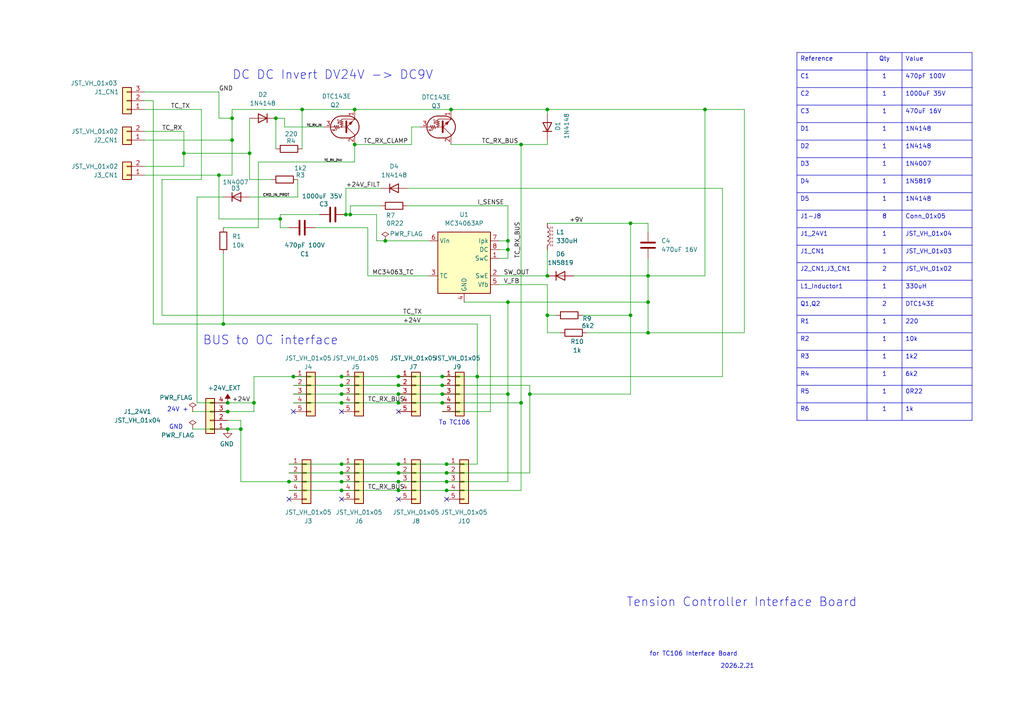
<source format=kicad_sch>
(kicad_sch (version 20250114) (generator "eeschema") (generator_version "9.0")
  (paper "A4")
  (lib_symbols
    (symbol "Connector_Generic:Conn_01x02" (pin_names (offset 1.016) (hide yes))
      (property "Reference" "J" (at 0 2.54 0))
      (property "Value" "Conn_01x02" (at 0 -5.08 0))
      (symbol "Conn_01x02_1_1"
        (rectangle (start -1.27 1.27) (end 1.27 -3.81) (stroke (width 0.254)) (fill (type background)))
        (rectangle (start -1.27 0.127) (end 0 -0.127) (stroke (width 0.1524)))
        (rectangle (start -1.27 -2.413) (end 0 -2.667) (stroke (width 0.1524)))
        (pin passive line (at -5.08 0 0) (length 3.81) (name "Pin_1") (number "1"))
        (pin passive line (at -5.08 -2.54 0) (length 3.81) (name "Pin_2") (number "2"))
      )
    )
    (symbol "Connector_Generic:Conn_01x03" (pin_names (offset 1.016) (hide yes))
      (property "Reference" "J" (at 0 5.08 0))
      (property "Value" "Conn_01x03" (at 0 -5.08 0))
      (symbol "Conn_01x03_1_1"
        (rectangle (start -1.27 3.81) (end 1.27 -3.81) (stroke (width 0.254)) (fill (type background)))
        (rectangle (start -1.27 2.667) (end 0 2.413) (stroke (width 0.1524)))
        (rectangle (start -1.27 0.127) (end 0 -0.127) (stroke (width 0.1524)))
        (rectangle (start -1.27 -2.413) (end 0 -2.667) (stroke (width 0.1524)))
        (pin passive line (at -5.08 2.54 0) (length 3.81) (name "Pin_1") (number "1"))
        (pin passive line (at -5.08 0 0) (length 3.81) (name "Pin_2") (number "2"))
        (pin passive line (at -5.08 -2.54 0) (length 3.81) (name "Pin_3") (number "3"))
      )
    )
    (symbol "Connector_Generic:Conn_01x04" (pin_names (offset 1.016) (hide yes))
      (property "Reference" "J" (at 0 5.08 0))
      (property "Value" "Conn_01x04" (at 0 -7.62 0))
      (symbol "Conn_01x04_1_1"
        (rectangle (start -1.27 3.81) (end 1.27 -6.35) (stroke (width 0.254)) (fill (type background)))
        (rectangle (start -1.27 2.667) (end 0 2.413) (stroke (width 0.1524)))
        (rectangle (start -1.27 0.127) (end 0 -0.127) (stroke (width 0.1524)))
        (rectangle (start -1.27 -2.413) (end 0 -2.667) (stroke (width 0.1524)))
        (rectangle (start -1.27 -4.953) (end 0 -5.207) (stroke (width 0.1524)))
        (pin passive line (at -5.08 2.54 0) (length 3.81) (name "Pin_1") (number "1"))
        (pin passive line (at -5.08 0 0) (length 3.81) (name "Pin_2") (number "2"))
        (pin passive line (at -5.08 -2.54 0) (length 3.81) (name "Pin_3") (number "3"))
        (pin passive line (at -5.08 -5.08 0) (length 3.81) (name "Pin_4") (number "4"))
      )
    )
    (symbol "Connector_Generic:Conn_01x05" (pin_names (offset 1.016) (hide yes))
      (property "Reference" "J" (at 0 7.62 0))
      (property "Value" "Conn_01x05" (at 0 -7.62 0))
      (symbol "Conn_01x05_1_1"
        (rectangle (start -1.27 6.35) (end 1.27 -6.35) (stroke (width 0.254)) (fill (type background)))
        (rectangle (start -1.27 5.207) (end 0 4.953) (stroke (width 0.1524)))
        (rectangle (start -1.27 2.667) (end 0 2.413) (stroke (width 0.1524)))
        (rectangle (start -1.27 0.127) (end 0 -0.127) (stroke (width 0.1524)))
        (rectangle (start -1.27 -2.413) (end 0 -2.667) (stroke (width 0.1524)))
        (rectangle (start -1.27 -4.953) (end 0 -5.207) (stroke (width 0.1524)))
        (pin passive line (at -5.08 5.08 0) (length 3.81) (name "Pin_1") (number "1"))
        (pin passive line (at -5.08 2.54 0) (length 3.81) (name "Pin_2") (number "2"))
        (pin passive line (at -5.08 0 0) (length 3.81) (name "Pin_3") (number "3"))
        (pin passive line (at -5.08 -2.54 0) (length 3.81) (name "Pin_4") (number "4"))
        (pin passive line (at -5.08 -5.08 0) (length 3.81) (name "Pin_5") (number "5"))
      )
    )
    (symbol "DTC143E_1" (pin_names (offset 0) (hide yes))
      (property "Reference" "Q1" (at -1.778 -6.35 0))
      (property "Value" "DTC143E" (at 1.524 -8.89 0))
      (symbol "DTC143E_1_0_0"
        (text "4k7" (at -3.302 0.889 0) (effects (font (size 0.508 0.508))))
        (text "4k7" (at -2.159 -1.524 900) (effects (font (size 0.508 0.508))))
      )
      (symbol "DTC143E_1_0_1"
        (polyline (pts (xy -3.429 0) (xy -3.81 0)))
        (polyline (pts (xy -1.27 3.175) (xy 0.635 3.175)) (stroke (width 0.254)))
        (circle (center -1.27 0) (radius 0.127))
        (polyline (pts (xy -1.27 0) (xy -1.27 -0.381) (xy -0.762 -0.508) (xy -1.778 -0.762) (xy -0.762 -1.016) (xy -1.778 -1.27) (xy -0.762 -1.524) (xy -1.778 -1.778) (xy -1.27 -1.905) (xy -1.27 -2.286) (xy 2.54 -2.286)))
        (polyline (pts (xy -1.27 -3.175) (xy 0.635 -3.175)) (stroke (width 0.254)))
        (arc (start -1.27 -3.175) (mid -4.4312 0) (end -1.27 3.175) (stroke (width 0.254)))
        (polyline (pts (xy 0 0) (xy -1.905 0) (xy -2.032 0.508) (xy -2.286 -0.508) (xy -2.54 0.508) (xy -2.794 -0.508) (xy -3.048 0.508) (xy -3.302 -0.508) (xy -3.429 0)))
        (polyline (pts (xy 0 -0.254) (xy 2.54 2.286)))
        (polyline (pts (xy 0.127 1.524) (xy 0.127 -1.651)) (stroke (width 0.508)) (fill (type outline)))
        (arc (start 0.635 3.175) (mid 3.7962 0) (end 0.635 -3.175) (stroke (width 0.254)))
        (polyline (pts (xy 0.889 -1.143) (xy 1.397 -0.635) (xy 1.905 -1.651) (xy 0.889 -1.143)) (fill (type outline)))
        (polyline (pts (xy 2.54 2.286) (xy 2.54 2.54)))
        (polyline (pts (xy 2.54 -2.286) (xy 0 0.254) (xy 0 0.254)))
        (circle (center 2.54 -2.286) (radius 0.127))
      )
      (symbol "DTC143E_1_1_1"
        (pin input line (at -6.35 0 0) (length 2.54) (name "B") (number "3"))
        (pin passive line (at 2.54 5.08 270) (length 2.54) (name "C") (number "2"))
        (pin passive line (at 2.54 -5.08 90) (length 2.54) (name "E") (number "1"))
      )
    )
    (symbol "Device:C" (pin_numbers (hide yes)) (pin_names (offset 0.254))
      (property "Reference" "C" (at 0.635 2.54 0))
      (property "Value" "C" (at 0.635 -2.54 0))
      (symbol "C_0_1"
        (polyline (pts (xy -2.032 0.762) (xy 2.032 0.762)) (stroke (width 0.508)))
        (polyline (pts (xy -2.032 -0.762) (xy 2.032 -0.762)) (stroke (width 0.508)))
      )
      (symbol "C_1_1"
        (pin passive line (at 0 3.81 270) (length 2.794) (name "~") (number "1"))
        (pin passive line (at 0 -3.81 90) (length 2.794) (name "~") (number "2"))
      )
    )
    (symbol "Device:D" (pin_numbers (hide yes)) (pin_names (offset 1.016) (hide yes))
      (property "Reference" "D" (at 0 2.54 0))
      (property "Value" "D" (at 0 -2.54 0))
      (symbol "D_0_1"
        (polyline (pts (xy -1.27 1.27) (xy -1.27 -1.27)) (stroke (width 0.254)))
        (polyline (pts (xy 1.27 1.27) (xy 1.27 -1.27) (xy -1.27 0) (xy 1.27 1.27)) (stroke (width 0.254)))
        (polyline (pts (xy 1.27 0) (xy -1.27 0)))
      )
      (symbol "D_1_1"
        (pin passive line (at -3.81 0 0) (length 2.54) (name "K") (number "1"))
        (pin passive line (at 3.81 0 180) (length 2.54) (name "A") (number "2"))
      )
    )
    (symbol "Device:L_Ferrite" (pin_numbers (hide yes)) (pin_names (offset 1.016) (hide yes))
      (property "Reference" "L" (at -1.27 0 90))
      (property "Value" "L_Ferrite" (at 2.794 0 90))
      (symbol "L_Ferrite_0_1"
        (arc (start 0 2.54) (mid 0.6323 1.905) (end 0 1.27))
        (arc (start 0 1.27) (mid 0.6323 0.635) (end 0 0))
        (arc (start 0 0) (mid 0.6323 -0.635) (end 0 -1.27))
        (arc (start 0 -1.27) (mid 0.6323 -1.905) (end 0 -2.54))
        (polyline (pts (xy 1.016 2.286) (xy 1.016 2.794)))
        (polyline (pts (xy 1.016 1.27) (xy 1.016 1.778)))
        (polyline (pts (xy 1.016 0.254) (xy 1.016 0.762)))
        (polyline (pts (xy 1.016 -0.762) (xy 1.016 -0.254)))
        (polyline (pts (xy 1.016 -1.778) (xy 1.016 -1.27)))
        (polyline (pts (xy 1.016 -2.794) (xy 1.016 -2.286)))
        (polyline (pts (xy 1.524 2.794) (xy 1.524 2.286)))
        (polyline (pts (xy 1.524 1.778) (xy 1.524 1.27)))
        (polyline (pts (xy 1.524 0.762) (xy 1.524 0.254)))
        (polyline (pts (xy 1.524 -0.254) (xy 1.524 -0.762)))
        (polyline (pts (xy 1.524 -1.27) (xy 1.524 -1.778)))
        (polyline (pts (xy 1.524 -2.286) (xy 1.524 -2.794)))
      )
      (symbol "L_Ferrite_1_1"
        (pin passive line (at 0 3.81 270) (length 1.27) (name "1") (number "1"))
        (pin passive line (at 0 -3.81 90) (length 1.27) (name "2") (number "2"))
      )
    )
    (symbol "Device:R" (pin_numbers (hide yes)) (pin_names (offset 0))
      (property "Reference" "R" (at 2.032 0 90))
      (property "Value" "R" (at 0 0 90))
      (symbol "R_0_1"
        (rectangle (start -1.016 -2.54) (end 1.016 2.54) (stroke (width 0.254)))
      )
      (symbol "R_1_1"
        (pin passive line (at 0 3.81 270) (length 1.27) (name "~") (number "1"))
        (pin passive line (at 0 -3.81 90) (length 1.27) (name "~") (number "2"))
      )
    )
    (symbol "Regulator_Switching:MC34063AP"
      (property "Reference" "U" (at -7.62 8.89 0))
      (property "Value" "MC34063AP" (at 0 8.89 0))
      (symbol "MC34063AP_0_1"
        (rectangle (start -7.62 7.62) (end 7.62 -10.16) (stroke (width 0.254)) (fill (type background)))
      )
      (symbol "MC34063AP_1_1"
        (pin power_in line (at -10.16 5.08 0) (length 2.54) (name "Vin") (number "6"))
        (pin passive line (at -10.16 -5.08 0) (length 2.54) (name "TC") (number "3"))
        (pin power_in line (at 0 -12.7 90) (length 2.54) (name "GND") (number "4"))
        (pin input line (at 10.16 5.08 180) (length 2.54) (name "Ipk") (number "7"))
        (pin open_collector line (at 10.16 2.54 180) (length 2.54) (name "DC") (number "8"))
        (pin open_collector line (at 10.16 0 180) (length 2.54) (name "SwC") (number "1"))
        (pin open_emitter line (at 10.16 -5.08 180) (length 2.54) (name "SwE") (number "2"))
        (pin input line (at 10.16 -7.62 180) (length 2.54) (name "Vfb") (number "5"))
      )
    )
    (symbol "Transistor_BJT:DTC143E" (pin_names (offset 0) (hide yes))
      (property "Reference" "Q2" (at -1.778 -6.096 0))
      (property "Value" "DTC143E" (at -1.778 -8.636 0))
      (symbol "DTC143E_0_0"
        (text "4k7" (at -3.302 0.889 0) (effects (font (size 0.508 0.508))))
        (text "4k7" (at -2.159 -1.524 900) (effects (font (size 0.508 0.508))))
      )
      (symbol "DTC143E_0_1"
        (polyline (pts (xy -3.429 0) (xy -3.81 0)))
        (polyline (pts (xy -1.27 3.175) (xy 0.635 3.175)) (stroke (width 0.254)))
        (circle (center -1.27 0) (radius 0.127))
        (polyline (pts (xy -1.27 0) (xy -1.27 -0.381) (xy -0.762 -0.508) (xy -1.778 -0.762) (xy -0.762 -1.016) (xy -1.778 -1.27) (xy -0.762 -1.524) (xy -1.778 -1.778) (xy -1.27 -1.905) (xy -1.27 -2.286) (xy 2.54 -2.286)))
        (polyline (pts (xy -1.27 -3.175) (xy 0.635 -3.175)) (stroke (width 0.254)))
        (arc (start -1.27 -3.175) (mid -4.4312 0) (end -1.27 3.175) (stroke (width 0.254)))
        (polyline (pts (xy 0 0) (xy -1.905 0) (xy -2.032 0.508) (xy -2.286 -0.508) (xy -2.54 0.508) (xy -2.794 -0.508) (xy -3.048 0.508) (xy -3.302 -0.508) (xy -3.429 0)))
        (polyline (pts (xy 0 -0.254) (xy 2.54 2.286)))
        (polyline (pts (xy 0.127 1.524) (xy 0.127 -1.651)) (stroke (width 0.508)) (fill (type outline)))
        (arc (start 0.635 3.175) (mid 3.7962 0) (end 0.635 -3.175) (stroke (width 0.254)))
        (polyline (pts (xy 0.889 -1.143) (xy 1.397 -0.635) (xy 1.905 -1.651) (xy 0.889 -1.143)) (fill (type outline)))
        (polyline (pts (xy 2.54 2.286) (xy 2.54 2.54)))
        (polyline (pts (xy 2.54 -2.286) (xy 0 0.254) (xy 0 0.254)))
        (circle (center 2.54 -2.286) (radius 0.127))
      )
      (symbol "DTC143E_1_1"
        (pin input line (at -6.35 0 0) (length 2.54) (name "B") (number "3"))
        (pin passive line (at 2.54 5.08 270) (length 2.54) (name "C") (number "2"))
        (pin passive line (at 2.54 -5.08 90) (length 2.54) (name "E") (number "1"))
      )
    )
    (symbol "power:-24V" (power) (pin_numbers (hide yes)) (pin_names (offset 0) (hide yes))
      (property "Value" "-24V" (at 0 3.556 0))
      (symbol "-24V_0_0"
        (pin power_in line (at 0 0 90) (length 0) (name "~") (number "1"))
      )
      (symbol "-24V_0_1"
        (polyline (pts (xy 0 0) (xy 0 1.27) (xy 0.762 1.27) (xy 0 2.54) (xy -0.762 1.27) (xy 0 1.27)) (fill (type outline)))
      )
    )
    (symbol "power:GND" (power) (pin_numbers (hide yes)) (pin_names (offset 0) (hide yes))
      (property "Value" "GND" (at 0 -3.81 0))
      (symbol "GND_0_1"
        (polyline (pts (xy 0 0) (xy 0 -1.27) (xy 1.27 -1.27) (xy 0 -2.54) (xy -1.27 -1.27) (xy 0 -1.27)))
      )
      (symbol "GND_1_1"
        (pin power_in line (at 0 0 270) (length 0) (name "~") (number "1"))
      )
    )
    (symbol "power:PWR_FLAG" (power) (pin_numbers (hide yes)) (pin_names (offset 0) (hide yes))
      (property "Value" "PWR_FLAG" (at 0 3.81 0))
      (symbol "PWR_FLAG_0_0"
        (pin power_out line (at 0 0 90) (length 0) (name "~") (number "1"))
      )
      (symbol "PWR_FLAG_0_1"
        (polyline (pts (xy 0 0) (xy 0 1.27) (xy -1.016 1.905) (xy 0 2.54) (xy 1.016 1.905) (xy 0 1.27)))
      )
    )
  )
  (text "24V +" (at 51.562 118.872 0) (effects (font (size 1.27 1.27))))
  (text "GND" (at 51.054 123.952 0) (effects (font (size 1.27 1.27))))
  (text "Tension Controller Interface Board" (at 215.138 174.752 0) (effects (font (size 2.54 2.54))))
  (text "for TC106 Interface Board" (at 201.168 189.738 0) (effects (font (size 1.27 1.27))))
  (text "BUS to OC interface" (at 78.486 98.806 0) (effects (font (size 2.54 2.54))))
  (text "To TC106" (at 131.826 122.682 0) (effects (font (size 1.27 1.27))))
  (text "DC DC Invert DV24V -> DC9V" (at 96.52 21.844 0) (effects (font (size 2.54 2.54))))
  (text "2026.2.21" (at 213.868 193.294 0) (effects (font (size 1.27 1.27))))
  (junction (at 128.27 114.3))
  (junction (at 81.28 63.5))
  (junction (at 130.81 31.75))
  (junction (at 158.75 91.44))
  (junction (at 153.67 114.3))
  (junction (at 115.57 109.22))
  (junction (at 129.54 137.16))
  (junction (at 115.57 111.76))
  (junction (at 115.57 139.7))
  (junction (at 147.32 87.63))
  (junction (at 147.32 72.39))
  (junction (at 83.82 139.7))
  (junction (at 111.76 69.85))
  (junction (at 147.32 114.3))
  (junction (at 128.27 116.84))
  (junction (at 151.13 41.91))
  (junction (at 115.57 114.3))
  (junction (at 53.34 44.45))
  (junction (at 182.88 91.44))
  (junction (at 187.96 87.63))
  (junction (at 101.6 62.23))
  (junction (at 158.75 80.01))
  (junction (at 115.57 142.24))
  (junction (at 67.31 34.29))
  (junction (at 158.75 31.75))
  (junction (at 69.85 124.46))
  (junction (at 99.06 109.22))
  (junction (at 80.01 34.29))
  (junction (at 138.43 109.22))
  (junction (at 99.06 114.3))
  (junction (at 115.57 137.16))
  (junction (at 102.87 41.91))
  (junction (at 129.54 139.7))
  (junction (at 102.87 31.75))
  (junction (at 187.96 80.01))
  (junction (at 187.96 96.52))
  (junction (at 147.32 69.85))
  (junction (at 72.39 44.45))
  (junction (at 64.77 93.98))
  (junction (at 66.04 119.38))
  (junction (at 67.31 40.64))
  (junction (at 128.27 109.22))
  (junction (at 63.5 50.8))
  (junction (at 99.06 116.84))
  (junction (at 66.04 116.84))
  (junction (at 99.06 142.24))
  (junction (at 87.63 31.75))
  (junction (at 129.54 142.24))
  (junction (at 99.06 134.62))
  (junction (at 100.33 62.23))
  (junction (at 85.09 109.22))
  (junction (at 182.88 64.77))
  (junction (at 99.06 137.16))
  (junction (at 115.57 116.84))
  (junction (at 66.04 124.46))
  (junction (at 99.06 139.7))
  (junction (at 128.27 111.76))
  (junction (at 129.54 134.62))
  (junction (at 99.06 111.76))
  (junction (at 151.13 116.84))
  (junction (at 115.57 134.62))
  (junction (at 204.47 31.75))
  (junction (at 73.66 116.84))
  (no_connect (at 83.82 144.78))
  (no_connect (at 129.54 144.78))
  (no_connect (at 115.57 119.38))
  (no_connect (at 85.09 119.38))
  (no_connect (at 99.06 144.78))
  (no_connect (at 99.06 119.38))
  (no_connect (at 115.57 144.78))
  (wire (pts (xy 109.22 69.85) (xy 109.22 62.23)))
  (wire (pts (xy 57.15 57.15) (xy 64.77 57.15)))
  (wire (pts (xy 99.06 142.24) (xy 115.57 142.24)))
  (wire (pts (xy 66.04 116.84) (xy 57.15 116.84)))
  (wire (pts (xy 101.6 59.69) (xy 101.6 62.23)))
  (wire (pts (xy 129.54 137.16) (xy 153.67 137.16)))
  (wire (pts (xy 69.85 121.92) (xy 69.85 124.46)))
  (wire (pts (xy 101.6 62.23) (xy 100.33 62.23)))
  (wire (pts (xy 72.39 44.45) (xy 72.39 52.07)))
  (wire (pts (xy 67.31 34.29) (xy 67.31 40.64)))
  (wire (pts (xy 158.75 31.75) (xy 158.75 33.02)))
  (wire (pts (xy 87.63 31.75) (xy 102.87 31.75)))
  (wire (pts (xy 111.76 69.85) (xy 109.22 69.85)))
  (wire (pts (xy 170.18 96.52) (xy 187.96 96.52)))
  (wire (pts (xy 144.78 72.39) (xy 147.32 72.39)))
  (wire (pts (xy 110.49 54.61) (xy 100.33 54.61)))
  (wire (pts (xy 99.06 134.62) (xy 115.57 134.62)))
  (wire (pts (xy 41.91 50.8) (xy 63.5 50.8)))
  (wire (pts (xy 73.66 116.84) (xy 73.66 109.22)))
  (wire (pts (xy 80.01 34.29) (xy 80.01 43.18)))
  (wire (pts (xy 55.88 119.38) (xy 66.04 119.38)))
  (wire (pts (xy 158.75 41.91) (xy 158.75 40.64)))
  (wire (pts (xy 158.75 64.77) (xy 182.88 64.77)))
  (wire (pts (xy 66.04 121.92) (xy 69.85 121.92)))
  (wire (pts (xy 138.43 109.22) (xy 138.43 134.62)))
  (wire (pts (xy 128.27 116.84) (xy 151.13 116.84)))
  (wire (pts (xy 67.31 31.75) (xy 87.63 31.75)))
  (wire (pts (xy 129.54 142.24) (xy 151.13 142.24)))
  (wire (pts (xy 142.24 91.44) (xy 46.99 91.44)))
  (wire (pts (xy 134.62 87.63) (xy 147.32 87.63)))
  (wire (pts (xy 187.96 80.01) (xy 187.96 87.63)))
  (wire (pts (xy 115.57 114.3) (xy 128.27 114.3)))
  (wire (pts (xy 151.13 116.84) (xy 151.13 41.91)))
  (wire (pts (xy 99.06 114.3) (xy 115.57 114.3)))
  (wire (pts (xy 144.78 82.55) (xy 158.75 82.55)))
  (wire (pts (xy 144.78 80.01) (xy 158.75 80.01)))
  (wire (pts (xy 99.06 111.76) (xy 115.57 111.76)))
  (wire (pts (xy 115.57 116.84) (xy 128.27 116.84)))
  (wire (pts (xy 124.46 69.85) (xy 111.76 69.85)))
  (wire (pts (xy 41.91 40.64) (xy 67.31 40.64)))
  (wire (pts (xy 182.88 64.77) (xy 182.88 91.44)))
  (wire (pts (xy 144.78 74.93) (xy 147.32 74.93)))
  (wire (pts (xy 119.38 36.83) (xy 121.92 36.83)))
  (wire (pts (xy 64.77 93.98) (xy 138.43 93.98)))
  (wire (pts (xy 102.87 46.99) (xy 74.93 46.99)))
  (wire (pts (xy 118.11 59.69) (xy 147.32 59.69)))
  (wire (pts (xy 86.36 57.15) (xy 72.39 57.15)))
  (wire (pts (xy 102.87 41.91) (xy 102.87 46.99)))
  (wire (pts (xy 115.57 137.16) (xy 129.54 137.16)))
  (wire (pts (xy 147.32 59.69) (xy 147.32 69.85)))
  (wire (pts (xy 41.91 48.26) (xy 53.34 48.26)))
  (wire (pts (xy 63.5 63.5) (xy 63.5 50.8)))
  (wire (pts (xy 187.96 87.63) (xy 147.32 87.63)))
  (wire (pts (xy 124.46 80.01) (xy 106.68 80.01)))
  (wire (pts (xy 99.06 116.84) (xy 115.57 116.84)))
  (wire (pts (xy 80.01 34.29) (xy 82.55 34.29)))
  (wire (pts (xy 109.22 62.23) (xy 101.6 62.23)))
  (wire (pts (xy 147.32 69.85) (xy 147.32 72.39)))
  (wire (pts (xy 85.09 111.76) (xy 99.06 111.76)))
  (wire (pts (xy 151.13 41.91) (xy 158.75 41.91)))
  (wire (pts (xy 57.15 116.84) (xy 57.15 57.15)))
  (wire (pts (xy 130.81 41.91) (xy 151.13 41.91)))
  (wire (pts (xy 83.82 66.04) (xy 81.28 66.04)))
  (wire (pts (xy 63.5 34.29) (xy 63.5 26.67)))
  (wire (pts (xy 58.42 31.75) (xy 58.42 52.07)))
  (wire (pts (xy 187.96 80.01) (xy 204.47 80.01)))
  (wire (pts (xy 82.55 34.29) (xy 82.55 36.83)))
  (wire (pts (xy 41.91 38.1) (xy 53.34 38.1)))
  (wire (pts (xy 99.06 137.16) (xy 115.57 137.16)))
  (wire (pts (xy 115.57 134.62) (xy 129.54 134.62)))
  (wire (pts (xy 158.75 91.44) (xy 161.29 91.44)))
  (wire (pts (xy 182.88 64.77) (xy 187.96 64.77)))
  (wire (pts (xy 110.49 59.69) (xy 101.6 59.69)))
  (wire (pts (xy 102.87 31.75) (xy 130.81 31.75)))
  (wire (pts (xy 100.33 54.61) (xy 100.33 62.23)))
  (wire (pts (xy 106.68 80.01) (xy 106.68 66.04)))
  (wire (pts (xy 138.43 93.98) (xy 138.43 109.22)))
  (wire (pts (xy 44.45 29.21) (xy 41.91 29.21)))
  (wire (pts (xy 115.57 139.7) (xy 129.54 139.7)))
  (wire (pts (xy 63.5 34.29) (xy 67.31 34.29)))
  (wire (pts (xy 73.66 109.22) (xy 85.09 109.22)))
  (wire (pts (xy 147.32 72.39) (xy 147.32 74.93)))
  (wire (pts (xy 168.91 91.44) (xy 182.88 91.44)))
  (wire (pts (xy 72.39 34.29) (xy 72.39 44.45)))
  (wire (pts (xy 63.5 50.8) (xy 67.31 50.8)))
  (wire (pts (xy 118.11 54.61) (xy 209.55 54.61)))
  (wire (pts (xy 153.67 111.76) (xy 153.67 114.3)))
  (wire (pts (xy 138.43 109.22) (xy 209.55 109.22)))
  (wire (pts (xy 55.88 124.46) (xy 66.04 124.46)))
  (wire (pts (xy 69.85 139.7) (xy 83.82 139.7)))
  (wire (pts (xy 66.04 116.84) (xy 73.66 116.84)))
  (wire (pts (xy 153.67 114.3) (xy 182.88 114.3)))
  (wire (pts (xy 215.9 96.52) (xy 215.9 31.75)))
  (wire (pts (xy 66.04 124.46) (xy 69.85 124.46)))
  (wire (pts (xy 81.28 62.23) (xy 81.28 63.5)))
  (wire (pts (xy 128.27 119.38) (xy 142.24 119.38)))
  (wire (pts (xy 182.88 114.3) (xy 182.88 91.44)))
  (wire (pts (xy 147.32 87.63) (xy 147.32 114.3)))
  (wire (pts (xy 158.75 82.55) (xy 158.75 91.44)))
  (wire (pts (xy 166.37 80.01) (xy 187.96 80.01)))
  (wire (pts (xy 66.04 119.38) (xy 73.66 119.38)))
  (wire (pts (xy 158.75 96.52) (xy 158.75 91.44)))
  (wire (pts (xy 86.36 52.07) (xy 86.36 57.15)))
  (wire (pts (xy 81.28 66.04) (xy 81.28 63.5)))
  (wire (pts (xy 209.55 109.22) (xy 209.55 54.61)))
  (wire (pts (xy 83.82 137.16) (xy 99.06 137.16)))
  (wire (pts (xy 130.81 31.75) (xy 158.75 31.75)))
  (wire (pts (xy 44.45 29.21) (xy 44.45 93.98)))
  (wire (pts (xy 187.96 96.52) (xy 215.9 96.52)))
  (wire (pts (xy 129.54 134.62) (xy 138.43 134.62)))
  (wire (pts (xy 106.68 66.04) (xy 91.44 66.04)))
  (wire (pts (xy 64.77 66.04) (xy 74.93 66.04)))
  (wire (pts (xy 128.27 109.22) (xy 138.43 109.22)))
  (wire (pts (xy 69.85 124.46) (xy 69.85 139.7)))
  (wire (pts (xy 74.93 66.04) (xy 74.93 46.99)))
  (wire (pts (xy 215.9 31.75) (xy 204.47 31.75)))
  (wire (pts (xy 82.55 36.83) (xy 93.98 36.83)))
  (wire (pts (xy 128.27 114.3) (xy 147.32 114.3)))
  (wire (pts (xy 153.67 114.3) (xy 153.67 137.16)))
  (wire (pts (xy 158.75 72.39) (xy 158.75 80.01)))
  (wire (pts (xy 73.66 119.38) (xy 73.66 116.84)))
  (wire (pts (xy 44.45 93.98) (xy 64.77 93.98)))
  (wire (pts (xy 83.82 142.24) (xy 99.06 142.24)))
  (wire (pts (xy 46.99 52.07) (xy 58.42 52.07)))
  (wire (pts (xy 115.57 111.76) (xy 128.27 111.76)))
  (wire (pts (xy 204.47 31.75) (xy 204.47 80.01)))
  (wire (pts (xy 53.34 38.1) (xy 53.34 44.45)))
  (wire (pts (xy 115.57 109.22) (xy 128.27 109.22)))
  (wire (pts (xy 53.34 44.45) (xy 53.34 48.26)))
  (wire (pts (xy 115.57 142.24) (xy 129.54 142.24)))
  (wire (pts (xy 72.39 52.07) (xy 78.74 52.07)))
  (wire (pts (xy 85.09 114.3) (xy 99.06 114.3)))
  (wire (pts (xy 99.06 139.7) (xy 115.57 139.7)))
  (wire (pts (xy 83.82 134.62) (xy 99.06 134.62)))
  (wire (pts (xy 144.78 69.85) (xy 147.32 69.85)))
  (wire (pts (xy 142.24 119.38) (xy 142.24 91.44)))
  (wire (pts (xy 128.27 111.76) (xy 153.67 111.76)))
  (wire (pts (xy 204.47 31.75) (xy 158.75 31.75)))
  (wire (pts (xy 64.77 73.66) (xy 64.77 93.98)))
  (wire (pts (xy 85.09 116.84) (xy 99.06 116.84)))
  (wire (pts (xy 99.06 109.22) (xy 115.57 109.22)))
  (wire (pts (xy 41.91 31.75) (xy 58.42 31.75)))
  (wire (pts (xy 129.54 139.7) (xy 147.32 139.7)))
  (wire (pts (xy 162.56 96.52) (xy 158.75 96.52)))
  (wire (pts (xy 63.5 26.67) (xy 41.91 26.67)))
  (wire (pts (xy 72.39 44.45) (xy 53.34 44.45)))
  (wire (pts (xy 187.96 87.63) (xy 187.96 96.52)))
  (wire (pts (xy 102.87 41.91) (xy 119.38 41.91)))
  (wire (pts (xy 67.31 31.75) (xy 67.31 34.29)))
  (wire (pts (xy 83.82 139.7) (xy 99.06 139.7)))
  (wire (pts (xy 85.09 109.22) (xy 99.06 109.22)))
  (wire (pts (xy 67.31 50.8) (xy 67.31 40.64)))
  (wire (pts (xy 147.32 114.3) (xy 147.32 139.7)))
  (wire (pts (xy 92.71 62.23) (xy 81.28 62.23)))
  (wire (pts (xy 87.63 31.75) (xy 87.63 43.18)))
  (wire (pts (xy 151.13 142.24) (xy 151.13 116.84)))
  (wire (pts (xy 187.96 74.93) (xy 187.96 80.01)))
  (wire (pts (xy 81.28 63.5) (xy 63.5 63.5)))
  (wire (pts (xy 187.96 64.77) (xy 187.96 67.31)))
  (wire (pts (xy 46.99 91.44) (xy 46.99 52.07)))
  (wire (pts (xy 119.38 41.91) (xy 119.38 36.83)))
  (table (column_count 3) (border (external yes) (header yes)) (separators (rows yes) (cols yes)) (column_widths 20.32 10.16 20.32) (row_heights 5.08 5.08 5.08 5.08 5.08 5.08 5.08 5.08 5.08 5.08 5.08 5.08 5.08 5.08 5.08 5.08 5.08 5.08 5.08 5.08 5.08) (cells (table_cell "Reference" (at 231.14 15.24 0) (size 20.32 5.08) (margins 0.9525 0.9525 0.9525 0.9525) (span 1 1)) (table_cell "Qty" (at 251.46 15.24 0) (size 10.16 5.08) (margins 0.9525 0.9525 0.9525 0.9525) (span 1 1)) (table_cell "Value" (at 261.62 15.24 0) (size 20.32 5.08) (margins 0.9525 0.9525 0.9525 0.9525) (span 1 1)) (table_cell "C1" (at 231.14 20.32 0) (size 20.32 5.08) (margins 0.9525 0.9525 0.9525 0.9525) (span 1 1)) (table_cell "1" (at 251.46 20.32 0) (size 10.16 5.08) (margins 0.9525 0.9525 0.9525 0.9525) (span 1 1)) (table_cell "470pF 100V" (at 261.62 20.32 0) (size 20.32 5.08) (margins 0.9525 0.9525 0.9525 0.9525) (span 1 1)) (table_cell "C2" (at 231.14 25.4 0) (size 20.32 5.08) (margins 0.9525 0.9525 0.9525 0.9525) (span 1 1)) (table_cell "1" (at 251.46 25.4 0) (size 10.16 5.08) (margins 0.9525 0.9525 0.9525 0.9525) (span 1 1)) (table_cell "1000uF 35V" (at 261.62 25.4 0) (size 20.32 5.08) (margins 0.9525 0.9525 0.9525 0.9525) (span 1 1)) (table_cell "C3" (at 231.14 30.48 0) (size 20.32 5.08) (margins 0.9525 0.9525 0.9525 0.9525) (span 1 1)) (table_cell "1" (at 251.46 30.48 0) (size 10.16 5.08) (margins 0.9525 0.9525 0.9525 0.9525) (span 1 1)) (table_cell "470uF 16V" (at 261.62 30.48 0) (size 20.32 5.08) (margins 0.9525 0.9525 0.9525 0.9525) (span 1 1)) (table_cell "D1" (at 231.14 35.56 0) (size 20.32 5.08) (margins 0.9525 0.9525 0.9525 0.9525) (span 1 1)) (table_cell "1" (at 251.46 35.56 0) (size 10.16 5.08) (margins 0.9525 0.9525 0.9525 0.9525) (span 1 1)) (table_cell "1N4148" (at 261.62 35.56 0) (size 20.32 5.08) (margins 0.9525 0.9525 0.9525 0.9525) (span 1 1)) (table_cell "D2" (at 231.14 40.64 0) (size 20.32 5.08) (margins 0.9525 0.9525 0.9525 0.9525) (span 1 1)) (table_cell "1" (at 251.46 40.64 0) (size 10.16 5.08) (margins 0.9525 0.9525 0.9525 0.9525) (span 1 1)) (table_cell "1N4148" (at 261.62 40.64 0) (size 20.32 5.08) (margins 0.9525 0.9525 0.9525 0.9525) (span 1 1)) (table_cell "D3" (at 231.14 45.72 0) (size 20.32 5.08) (margins 0.9525 0.9525 0.9525 0.9525) (span 1 1)) (table_cell "1" (at 251.46 45.72 0) (size 10.16 5.08) (margins 0.9525 0.9525 0.9525 0.9525) (span 1 1)) (table_cell "1N4007" (at 261.62 45.72 0) (size 20.32 5.08) (margins 0.9525 0.9525 0.9525 0.9525) (span 1 1)) (table_cell "D4" (at 231.14 50.8 0) (size 20.32 5.08) (margins 0.9525 0.9525 0.9525 0.9525) (span 1 1)) (table_cell "1" (at 251.46 50.8 0) (size 10.16 5.08) (margins 0.9525 0.9525 0.9525 0.9525) (span 1 1)) (table_cell "1N5819" (at 261.62 50.8 0) (size 20.32 5.08) (margins 0.9525 0.9525 0.9525 0.9525) (span 1 1)) (table_cell "D5" (at 231.14 55.88 0) (size 20.32 5.08) (margins 0.9525 0.9525 0.9525 0.9525) (span 1 1)) (table_cell "1" (at 251.46 55.88 0) (size 10.16 5.08) (margins 0.9525 0.9525 0.9525 0.9525) (span 1 1)) (table_cell "1N4148" (at 261.62 55.88 0) (size 20.32 5.08) (margins 0.9525 0.9525 0.9525 0.9525) (span 1 1)) (table_cell "J1-J8" (at 231.14 60.96 0) (size 20.32 5.08) (margins 0.9525 0.9525 0.9525 0.9525) (span 1 1)) (table_cell "8" (at 251.46 60.96 0) (size 10.16 5.08) (margins 0.9525 0.9525 0.9525 0.9525) (span 1 1)) (table_cell "Conn_01x05" (at 261.62 60.96 0) (size 20.32 5.08) (margins 0.9525 0.9525 0.9525 0.9525) (span 1 1)) (table_cell "J1_24V1" (at 231.14 66.04 0) (size 20.32 5.08) (margins 0.9525 0.9525 0.9525 0.9525) (span 1 1)) (table_cell "1" (at 251.46 66.04 0) (size 10.16 5.08) (margins 0.9525 0.9525 0.9525 0.9525) (span 1 1)) (table_cell "JST_VH_01x04" (at 261.62 66.04 0) (size 20.32 5.08) (margins 0.9525 0.9525 0.9525 0.9525) (span 1 1)) (table_cell "J1_CN1" (at 231.14 71.12 0) (size 20.32 5.08) (margins 0.9525 0.9525 0.9525 0.9525) (span 1 1)) (table_cell "1" (at 251.46 71.12 0) (size 10.16 5.08) (margins 0.9525 0.9525 0.9525 0.9525) (span 1 1)) (table_cell "JST_VH_01x03" (at 261.62 71.12 0) (size 20.32 5.08) (margins 0.9525 0.9525 0.9525 0.9525) (span 1 1)) (table_cell "J2_CN1,J3_CN1" (at 231.14 76.2 0) (size 20.32 5.08) (margins 0.9525 0.9525 0.9525 0.9525) (span 1 1)) (table_cell "2" (at 251.46 76.2 0) (size 10.16 5.08) (margins 0.9525 0.9525 0.9525 0.9525) (span 1 1)) (table_cell "JST_VH_01x02" (at 261.62 76.2 0) (size 20.32 5.08) (margins 0.9525 0.9525 0.9525 0.9525) (span 1 1)) (table_cell "L1_Inductor1" (at 231.14 81.28 0) (size 20.32 5.08) (margins 0.9525 0.9525 0.9525 0.9525) (span 1 1)) (table_cell "1" (at 251.46 81.28 0) (size 10.16 5.08) (margins 0.9525 0.9525 0.9525 0.9525) (span 1 1)) (table_cell "330uH" (at 261.62 81.28 0) (size 20.32 5.08) (margins 0.9525 0.9525 0.9525 0.9525) (span 1 1)) (table_cell "Q1,Q2" (at 231.14 86.36 0) (size 20.32 5.08) (margins 0.9525 0.9525 0.9525 0.9525) (span 1 1)) (table_cell "2" (at 251.46 86.36 0) (size 10.16 5.08) (margins 0.9525 0.9525 0.9525 0.9525) (span 1 1)) (table_cell "DTC143E" (at 261.62 86.36 0) (size 20.32 5.08) (margins 0.9525 0.9525 0.9525 0.9525) (span 1 1)) (table_cell "R1" (at 231.14 91.44 0) (size 20.32 5.08) (margins 0.9525 0.9525 0.9525 0.9525) (span 1 1)) (table_cell "1" (at 251.46 91.44 0) (size 10.16 5.08) (margins 0.9525 0.9525 0.9525 0.9525) (span 1 1)) (table_cell "220" (at 261.62 91.44 0) (size 20.32 5.08) (margins 0.9525 0.9525 0.9525 0.9525) (span 1 1)) (table_cell "R2" (at 231.14 96.52 0) (size 20.32 5.08) (margins 0.9525 0.9525 0.9525 0.9525) (span 1 1)) (table_cell "1" (at 251.46 96.52 0) (size 10.16 5.08) (margins 0.9525 0.9525 0.9525 0.9525) (span 1 1)) (table_cell "10k" (at 261.62 96.52 0) (size 20.32 5.08) (margins 0.9525 0.9525 0.9525 0.9525) (span 1 1)) (table_cell "R3" (at 231.14 101.6 0) (size 20.32 5.08) (margins 0.9525 0.9525 0.9525 0.9525) (span 1 1)) (table_cell "1" (at 251.46 101.6 0) (size 10.16 5.08) (margins 0.9525 0.9525 0.9525 0.9525) (span 1 1)) (table_cell "1k2" (at 261.62 101.6 0) (size 20.32 5.08) (margins 0.9525 0.9525 0.9525 0.9525) (span 1 1)) (table_cell "R4" (at 231.14 106.68 0) (size 20.32 5.08) (margins 0.9525 0.9525 0.9525 0.9525) (span 1 1)) (table_cell "1" (at 251.46 106.68 0) (size 10.16 5.08) (margins 0.9525 0.9525 0.9525 0.9525) (span 1 1)) (table_cell "6k2" (at 261.62 106.68 0) (size 20.32 5.08) (margins 0.9525 0.9525 0.9525 0.9525) (span 1 1)) (table_cell "R5" (at 231.14 111.76 0) (size 20.32 5.08) (margins 0.9525 0.9525 0.9525 0.9525) (span 1 1)) (table_cell "1" (at 251.46 111.76 0) (size 10.16 5.08) (margins 0.9525 0.9525 0.9525 0.9525) (span 1 1)) (table_cell "0R22" (at 261.62 111.76 0) (size 20.32 5.08) (margins 0.9525 0.9525 0.9525 0.9525) (span 1 1)) (table_cell "R6" (at 231.14 116.84 0) (size 20.32 5.08) (margins 0.9525 0.9525 0.9525 0.9525) (span 1 1)) (table_cell "1" (at 251.46 116.84 0) (size 10.16 5.08) (margins 0.9525 0.9525 0.9525 0.9525) (span 1 1)) (table_cell "1k" (at 261.62 116.84 0) (size 20.32 5.08) (margins 0.9525 0.9525 0.9525 0.9525) (span 1 1))))
  (label "GND" (at 63.5 26.67 0))
  (label "+9V" (at 165.1 64.77 0))
  (label "I_SENSE" (at 138.43 59.69 0))
  (label "MC34063_TC" (at 107.95 80.01 0))
  (label "TC_RX_BUS" (at 139.7 41.91 0))
  (label "TC_RX_CLAMP" (at 105.41 41.91 0))
  (label "+24V" (at 116.84 93.98 0))
  (label "TC_RX_24V" (at 93.98 46.99 0) (effects (font (size 0.635 0.635))))
  (label "TC_RX_BUS" (at 106.68 142.24 0))
  (label "TC_RX" (at 46.99 38.1 0))
  (label "TC_RX_IN" (at 88.9 36.83 0) (effects (font (size 0.635 0.635))))
  (label "TC_TX" (at 49.53 31.75 0))
  (label "TC_RX_BUS" (at 151.13 74.93 90))
  (label "TC_RX_BUS" (at 106.68 116.84 0))
  (label "CMD_IN_PROT" (at 76.2 57.15 0) (effects (font (size 0.762 0.762))))
  (label "TC_TX" (at 116.84 91.44 0))
  (label "+24V_FILT" (at 100.33 54.61 0))
  (label "V_FB" (at 146.05 82.55 0))
  (label "SW_OUT" (at 146.05 80.01 0))
  (label "+24V" (at 67.31 116.84 0))
  (symbol (lib_id "Device:R") (at 166.37 96.52 90) (unit 1)
    (property "Reference" "R10" (at 167.386 99.06 90))
    (property "Value" "1k" (at 167.386 101.6 90))
    (property "Footprint" "Resistor_THT:R_Axial_DIN0204_L3.6mm_D1.6mm_P7.62mm_Horizontal" (effects (hide yes)))
    (property "Description" "Resistor" (effects (hide yes)))
  )
  (symbol (lib_id "Device:R") (at 165.1 91.44 90) (unit 1)
    (property "Reference" "R9" (at 168.91 92.456 90) (effects (justify right)))
    (property "Value" "6k2" (at 168.656 94.488 90) (effects (justify right)))
    (property "Footprint" "Resistor_THT:R_Axial_DIN0207_L6.3mm_D2.5mm_P7.62mm_Horizontal" (effects (hide yes)))
    (property "Description" "Resistor" (effects (hide yes)))
  )
  (symbol (lib_id "Regulator_Switching:MC34063AP") (at 134.62 74.93 0) (unit 1)
    (property "Reference" "U1" (at 134.62 62.23 0))
    (property "Value" "MC34063AP" (at 134.62 64.77 0))
    (property "Footprint" "Package_DIP:DIP-8_W7.62mm" (effects (hide yes)))
    (property "Datasheet" "http://www.onsemi.com/pub_link/Collateral/MC34063A-D.PDF" (effects (hide yes)))
    (property "Description" "1.5A, step-up/down/inverting switching regulator, 3-40V Vin, 100kHz, DIP-8" (effects (hide yes)))
  )
  (symbol (lib_id "Device:D") (at 68.58 57.15 0) (unit 1)
    (property "Reference" "D3" (at 68.326 54.61 0))
    (property "Value" "1N4007" (at 68.326 52.832 0))
    (property "Footprint" "Diode_THT:D_DO-41_SOD81_P7.62mm_Horizontal" (effects (hide yes)))
    (property "Description" "Diode" (effects (hide yes)))
    (property "Sim.Device" "D" (effects (hide yes)))
    (property "Sim.Pins" "1=K 2=A" (effects (hide yes)))
  )
  (symbol (lib_id "Connector_Generic:Conn_01x02") (at 36.83 50.8 180) (unit 1)
    (property "Reference" "J3_CN1" (at 34.29 50.8001 0) (effects (justify left)))
    (property "Value" "JST_VH_01x02" (at 34.29 48.2601 0) (effects (justify left)))
    (property "Footprint" "Connector_JST:JST_VH_B2P-VH-B_1x02_P3.96mm_Vertical" (effects (hide yes)))
    (property "Description" "Generic connector, single row, 01x02, script generated (kicad-library-utils/schlib/autogen/connector/)" (effects (hide yes)))
  )
  (symbol (lib_id "Transistor_BJT:DTC143E") (at 128.27 36.83 0) (mirror x) (unit 1)
    (property "Reference" "Q3" (at 126.492 30.734 0))
    (property "Value" "DTC143E" (at 126.492 28.194 0))
    (property "Footprint" "Package_TO_SOT_THT:TO-92_Inline" (effects (hide yes)))
    (property "Description" "Digital NPN Transistor, 4k7/4k7, SOT-23" (effects (hide yes)))
  )
  (symbol (lib_id "power:GND") (at 66.04 124.46 0) (unit 1)
    (property "Reference" "#PWR05" (effects (hide yes)))
    (property "Value" "GND" (at 65.786 128.778 0))
    (property "Description" "Power symbol creates a global label with name \"GND\" , ground" (effects (hide yes)))
  )
  (symbol (lib_id "Connector_Generic:Conn_01x05") (at 104.14 139.7 0) (unit 1)
    (property "Reference" "J6" (at 104.14 151.13 0))
    (property "Value" "JST_VH_01x05" (at 104.14 148.59 0))
    (property "Footprint" "Connector_JST:JST_VH_B5P-VH-B_1x05_P3.96mm_Vertical" (effects (hide yes)))
    (property "Description" "Generic connector, single row, 01x05, script generated (kicad-library-utils/schlib/autogen/connector/)" (effects (hide yes)))
  )
  (symbol (lib_id "Device:D") (at 76.2 34.29 180) (unit 1)
    (property "Reference" "D2" (at 76.2 27.432 0))
    (property "Value" "1N4148" (at 76.2 29.972 0))
    (property "Footprint" "Diode_THT:D_DO-41_SOD81_P7.62mm_Horizontal" (effects (hide yes)))
    (property "Description" "Diode" (effects (hide yes)))
    (property "Sim.Device" "D" (effects (hide yes)))
    (property "Sim.Pins" "1=K 2=A" (effects (hide yes)))
  )
  (symbol (lib_id "power:PWR_FLAG") (at 55.88 119.38 0) (unit 1)
    (property "Reference" "#FLG01" (effects (hide yes)))
    (property "Value" "PWR_FLAG" (at 51.054 115.316 0))
    (property "Description" "Special symbol for telling ERC where power comes from" (effects (hide yes)))
  )
  (symbol (lib_id "Connector_Generic:Conn_01x04") (at 60.96 121.92 180) (unit 1)
    (property "Reference" "J1_24V1" (at 39.878 119.38 0))
    (property "Value" "JST_VH_01x04" (at 39.878 121.92 0))
    (property "Footprint" "Connector_JST:JST_VH_B4P-VH-B_1x04_P3.96mm_Vertical" (effects (hide yes)))
    (property "Description" "Generic connector, single row, 01x04, script generated (kicad-library-utils/schlib/autogen/connector/)" (effects (hide yes)))
  )
  (symbol (lib_id "Connector_Generic:Conn_01x05") (at 104.14 114.3 0) (unit 1)
    (property "Reference" "J5" (at 103.124 106.426 0))
    (property "Value" "JST_VH_01x05" (at 103.124 103.886 0))
    (property "Footprint" "Connector_JST:JST_VH_B5P-VH-B_1x05_P3.96mm_Vertical" (effects (hide yes)))
    (property "Description" "Generic connector, single row, 01x05, script generated (kicad-library-utils/schlib/autogen/connector/)" (effects (hide yes)))
  )
  (symbol (lib_id "Device:C") (at 96.52 62.23 270) (unit 1)
    (property "Reference" "C3" (at 95.25 59.182 90) (effects (justify right)))
    (property "Value" "1000uF 35V" (at 99.314 56.896 90) (effects (justify right)))
    (property "Footprint" "Capacitor_THT:CP_Radial_D12.5mm_P5.00mm" (effects (hide yes)))
    (property "Description" "Unpolarized capacitor" (effects (hide yes)))
  )
  (symbol (lib_id "Device:R") (at 82.55 52.07 90) (unit 1)
    (property "Reference" "R3" (at 87.122 50.8 90))
    (property "Value" "1k2" (at 87.122 48.768 90))
    (property "Footprint" "Resistor_THT:R_Axial_DIN0207_L6.3mm_D2.5mm_P10.16mm_Horizontal" (effects (hide yes)))
    (property "Description" "Resistor" (effects (hide yes)))
  )
  (symbol (lib_id "power:PWR_FLAG") (at 111.76 69.85 0) (unit 1)
    (property "Reference" "#FLG03" (effects (hide yes)))
    (property "Value" "PWR_FLAG" (at 117.856 67.818 0))
    (property "Description" "Special symbol for telling ERC where power comes from" (effects (hide yes)))
  )
  (symbol (lib_id "Device:D") (at 158.75 36.83 90) (unit 1)
    (property "Reference" "D1" (at 161.798 36.576 0))
    (property "Value" "1N4148" (at 164.338 36.576 0))
    (property "Footprint" "Diode_THT:D_DO-35_SOD27_P7.62mm_Horizontal" (effects (hide yes)))
    (property "Description" "Diode" (effects (hide yes)))
    (property "Sim.Device" "D" (effects (hide yes)))
    (property "Sim.Pins" "1=K 2=A" (effects (hide yes)))
  )
  (symbol (lib_id "Connector_Generic:Conn_01x03") (at 36.83 29.21 180) (unit 1)
    (property "Reference" "J1_CN1" (at 34.544 26.67 0) (effects (justify left)))
    (property "Value" "JST_VH_01x03" (at 34.036 24.13 0) (effects (justify left)))
    (property "Footprint" "Connector_JST:JST_VH_B3P-VH-B_1x03_P3.96mm_Vertical" (effects (hide yes)))
    (property "Description" "Generic connector, single row, 01x03, script generated (kicad-library-utils/schlib/autogen/connector/)" (effects (hide yes)))
  )
  (symbol (lib_id "Connector_Generic:Conn_01x02") (at 36.83 40.64 180) (unit 1)
    (property "Reference" "J2_CN1" (at 34.29 40.6401 0) (effects (justify left)))
    (property "Value" "JST_VH_01x02" (at 34.29 38.1001 0) (effects (justify left)))
    (property "Footprint" "Connector_JST:JST_VH_B2P-VH-B_1x02_P3.96mm_Vertical" (effects (hide yes)))
    (property "Description" "Generic connector, single row, 01x02, script generated (kicad-library-utils/schlib/autogen/connector/)" (effects (hide yes)))
  )
  (symbol (lib_id "Device:C") (at 87.63 66.04 270) (unit 1)
    (property "Reference" "C1" (at 88.392 73.66 90))
    (property "Value" "470pF 100V" (at 88.392 71.12 90))
    (property "Footprint" "Capacitor_THT:C_Rect_L7.0mm_W2.5mm_P5.00mm" (effects (hide yes)))
    (property "Description" "Unpolarized capacitor" (effects (hide yes)))
  )
  (symbol (lib_id "Connector_Generic:Conn_01x05") (at 134.62 139.7 0) (unit 1)
    (property "Reference" "J10" (at 134.62 151.13 0))
    (property "Value" "JST_VH_01x05" (at 134.62 148.59 0))
    (property "Footprint" "Connector_JST:JST_VH_B5P-VH-B_1x05_P3.96mm_Vertical" (effects (hide yes)))
    (property "Description" "Generic connector, single row, 01x05, script generated (kicad-library-utils/schlib/autogen/connector/)" (effects (hide yes)))
  )
  (symbol (lib_id "Connector_Generic:Conn_01x05") (at 120.65 114.3 0) (unit 1)
    (property "Reference" "J7" (at 119.888 106.426 0))
    (property "Value" "JST_VH_01x05" (at 119.888 103.886 0))
    (property "Footprint" "Connector_JST:JST_VH_B5P-VH-B_1x05_P3.96mm_Vertical" (effects (hide yes)))
    (property "Description" "Generic connector, single row, 01x05, script generated (kicad-library-utils/schlib/autogen/connector/)" (effects (hide yes)))
  )
  (symbol (lib_id "Device:R") (at 64.77 69.85 180) (unit 1)
    (property "Reference" "R1" (at 67.31 68.5799 0) (effects (justify right)))
    (property "Value" "10k" (at 67.31 71.1199 0) (effects (justify right)))
    (property "Footprint" "Resistor_THT:R_Axial_DIN0207_L6.3mm_D2.5mm_P7.62mm_Horizontal" (effects (hide yes)))
    (property "Description" "Resistor" (effects (hide yes)))
  )
  (symbol (lib_id "Device:R") (at 114.3 59.69 270) (unit 1)
    (property "Reference" "R7" (at 113.284 62.484 90))
    (property "Value" "0R22" (at 114.554 64.77 90))
    (property "Footprint" "Resistor_THT:R_Axial_DIN0309_L9.0mm_D3.2mm_P12.70mm_Horizontal" (effects (hide yes)))
    (property "Description" "Resistor" (effects (hide yes)))
  )
  (symbol (lib_id "power:PWR_FLAG") (at 55.88 124.46 0) (unit 1)
    (property "Reference" "#FLG02" (effects (hide yes)))
    (property "Value" "PWR_FLAG" (at 51.562 126.238 0))
    (property "Description" "Special symbol for telling ERC where power comes from" (effects (hide yes)))
  )
  (symbol (lib_id "Connector_Generic:Conn_01x05") (at 133.35 114.3 0) (unit 1)
    (property "Reference" "J9" (at 132.588 106.426 0))
    (property "Value" "JST_VH_01x05" (at 132.588 103.886 0))
    (property "Footprint" "Connector_JST:JST_VH_B5P-VH-B_1x05_P3.96mm_Vertical" (effects (hide yes)))
    (property "Description" "Generic connector, single row, 01x05, script generated (kicad-library-utils/schlib/autogen/connector/)" (effects (hide yes)))
  )
  (symbol (lib_id "Device:L_Ferrite") (at 158.75 68.58 0) (unit 1)
    (property "Reference" "L1" (at 161.29 67.3099 0) (effects (justify left)))
    (property "Value" "330uH" (at 161.29 69.8499 0) (effects (justify left)))
    (property "Footprint" "Inductor_THT:L_Radial_D12.5mm_P7.00mm_Fastron_09HCP" (effects (hide yes)))
    (property "Description" "Inductor with ferrite core" (effects (hide yes)))
  )
  (symbol (lib_id "Device:C") (at 187.96 71.12 0) (unit 1)
    (property "Reference" "C4" (at 191.77 69.8499 0) (effects (justify left)))
    (property "Value" "470uF 16V" (at 191.77 72.3899 0) (effects (justify left)))
    (property "Footprint" "Capacitor_THT:CP_Radial_D8.0mm_P3.50mm" (effects (hide yes)))
    (property "Description" "Unpolarized capacitor" (effects (hide yes)))
  )
  (symbol (lib_id "Device:R") (at 83.82 43.18 90) (unit 1)
    (property "Reference" "R4" (at 83.058 40.894 90) (effects (justify right)))
    (property "Value" "220" (at 82.55 38.862 90) (effects (justify right)))
    (property "Footprint" "Resistor_THT:R_Axial_DIN0207_L6.3mm_D2.5mm_P10.16mm_Horizontal" (effects (hide yes)))
    (property "Description" "Resistor" (effects (hide yes)))
  )
  (symbol (lib_id "Device:D") (at 162.56 80.01 0) (unit 1)
    (property "Reference" "D6" (at 162.56 73.66 0))
    (property "Value" "1N5819" (at 162.56 76.2 0))
    (property "Footprint" "Diode_THT:D_DO-41_SOD81_P7.62mm_Horizontal" (effects (hide yes)))
    (property "Description" "Diode" (effects (hide yes)))
    (property "Sim.Device" "D" (effects (hide yes)))
    (property "Sim.Pins" "1=K 2=A" (effects (hide yes)))
  )
  (symbol (lib_id "Device:D") (at 114.3 54.61 0) (unit 1)
    (property "Reference" "D4" (at 114.3 48.26 0))
    (property "Value" "1N4148" (at 114.3 50.8 0))
    (property "Footprint" "Diode_THT:D_DO-35_SOD27_P10.16mm_Horizontal" (effects (hide yes)))
    (property "Description" "Diode" (effects (hide yes)))
    (property "Sim.Device" "D" (effects (hide yes)))
    (property "Sim.Pins" "1=K 2=A" (effects (hide yes)))
  )
  (symbol (lib_id "Connector_Generic:Conn_01x05") (at 88.9 139.7 0) (unit 1)
    (property "Reference" "J3" (at 89.408 151.13 0))
    (property "Value" "JST_VH_01x05" (at 89.408 148.59 0))
    (property "Footprint" "Connector_JST:JST_VH_B5P-VH-B_1x05_P3.96mm_Vertical" (effects (hide yes)))
    (property "Description" "Generic connector, single row, 01x05, script generated (kicad-library-utils/schlib/autogen/connector/)" (effects (hide yes)))
  )
  (symbol (lib_id "Connector_Generic:Conn_01x05") (at 120.65 139.7 0) (unit 1)
    (property "Reference" "J8" (at 120.65 151.13 0))
    (property "Value" "JST_VH_01x05" (at 120.65 148.59 0))
    (property "Footprint" "Connector_JST:JST_VH_B5P-VH-B_1x05_P3.96mm_Vertical" (effects (hide yes)))
    (property "Description" "Generic connector, single row, 01x05, script generated (kicad-library-utils/schlib/autogen/connector/)" (effects (hide yes)))
  )
  (symbol (lib_name "DTC143E_1") (lib_id "Transistor_BJT:DTC143E") (at 100.33 36.83 0) (mirror x) (unit 1)
    (property "Reference" "Q2" (at 98.552 30.48 0) (effects (justify right)))
    (property "Value" "DTC143E" (at 101.854 27.94 0) (effects (justify right)))
    (property "Footprint" "Package_TO_SOT_THT:TO-92_Inline" (effects (hide yes)))
    (property "Description" "Digital NPN Transistor, 4k7/4k7, SOT-23" (effects (hide yes)))
  )
  (symbol (lib_id "power:-24V") (at 66.04 116.84 0) (unit 1)
    (property "Reference" "#PWR04" (effects (hide yes)))
    (property "Value" "+24V_EXT" (at 65.024 112.522 0))
    (property "Description" "Power symbol creates a global label with name \"+24V\"" (effects (hide yes)))
  )
  (symbol (lib_id "Connector_Generic:Conn_01x05") (at 90.17 114.3 0) (unit 1)
    (property "Reference" "J4" (at 89.408 106.426 0))
    (property "Value" "JST_VH_01x05" (at 89.408 103.886 0))
    (property "Footprint" "Connector_JST:JST_VH_B5P-VH-B_1x05_P3.96mm_Vertical" (effects (hide yes)))
    (property "Description" "Generic connector, single row, 01x05, script generated (kicad-library-utils/schlib/autogen/connector/)" (effects (hide yes)))
  )
)
</source>
